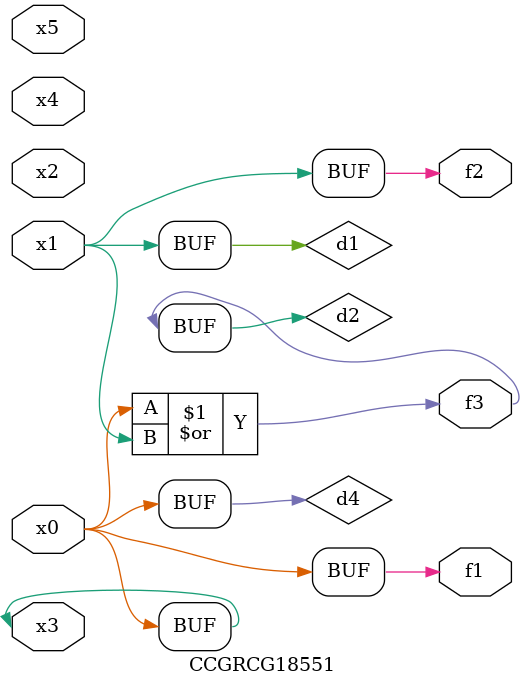
<source format=v>
module CCGRCG18551(
	input x0, x1, x2, x3, x4, x5,
	output f1, f2, f3
);

	wire d1, d2, d3, d4;

	and (d1, x1);
	or (d2, x0, x1);
	nand (d3, x0, x5);
	buf (d4, x0, x3);
	assign f1 = d4;
	assign f2 = d1;
	assign f3 = d2;
endmodule

</source>
